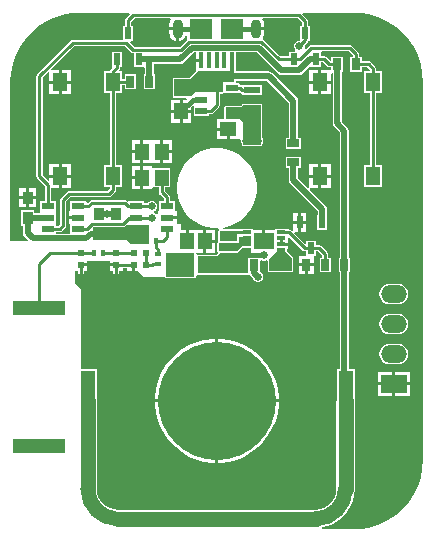
<source format=gbr>
%TF.GenerationSoftware,Altium Limited,Altium Designer,21.6.4 (81)*%
G04 Layer_Physical_Order=1*
G04 Layer_Color=6711008*
%FSLAX45Y45*%
%MOMM*%
%TF.SameCoordinates,1F3DC5CE-A10F-41C4-B24A-259E2D936CC1*%
%TF.FilePolarity,Positive*%
%TF.FileFunction,Copper,L1,Top,Signal*%
%TF.Part,Single*%
G01*
G75*
%TA.AperFunction,Conductor*%
%ADD10C,1.27000*%
%TA.AperFunction,SMDPad,CuDef*%
%ADD11R,0.60000X1.05000*%
%TA.AperFunction,ConnectorPad*%
%ADD12R,0.40000X1.35000*%
%ADD13R,1.90000X1.65100*%
%TA.AperFunction,SMDPad,CuDef*%
%ADD14C,10.00000*%
%ADD15R,1.27000X5.08000*%
%ADD16R,0.70000X1.00000*%
%ADD17R,1.10000X0.60000*%
%ADD18R,1.00000X0.60000*%
%ADD19R,0.75000X0.30000*%
%ADD20R,1.75000X1.45000*%
%ADD21R,1.45000X0.60000*%
%ADD22R,1.00000X0.70000*%
%ADD23R,1.15000X1.45000*%
%ADD24R,1.45000X1.15000*%
%ADD25R,0.90000X1.10000*%
%ADD26R,0.40000X0.50000*%
%ADD27R,1.30000X1.55000*%
%TA.AperFunction,ConnectorPad*%
%ADD28R,4.50000X1.30000*%
%TA.AperFunction,SMDPad,CuDef*%
%ADD29R,0.60000X0.60000*%
%ADD30R,0.50000X0.40000*%
%ADD31R,1.20000X1.40000*%
%ADD32R,0.60000X0.60000*%
%TA.AperFunction,Conductor*%
%ADD33C,0.50800*%
%ADD34C,0.38100*%
%ADD35C,0.25400*%
%TA.AperFunction,ComponentPad*%
%ADD36O,2.20000X1.50000*%
%ADD37R,2.20000X1.50000*%
G04:AMPARAMS|DCode=38|XSize=0.9mm|YSize=1.6mm|CornerRadius=0.45mm|HoleSize=0mm|Usage=FLASHONLY|Rotation=180.000|XOffset=0mm|YOffset=0mm|HoleType=Round|Shape=RoundedRectangle|*
%AMROUNDEDRECTD38*
21,1,0.90000,0.70000,0,0,180.0*
21,1,0.00000,1.60000,0,0,180.0*
1,1,0.90000,0.00000,0.35000*
1,1,0.90000,0.00000,0.35000*
1,1,0.90000,0.00000,-0.35000*
1,1,0.90000,0.00000,-0.35000*
%
%ADD38ROUNDEDRECTD38*%
%TA.AperFunction,ViaPad*%
%ADD39C,0.66000*%
G36*
X-387034Y2126317D02*
X-391494Y2120504D01*
X-398588Y2103378D01*
X-401008Y2085000D01*
Y2062700D01*
X-330000D01*
Y2050000D01*
X-317300D01*
Y1945665D01*
X-311622Y1946412D01*
X-294496Y1953506D01*
X-279790Y1964790D01*
X-268506Y1979496D01*
X-263100Y1992547D01*
X-250400Y1990021D01*
Y1957959D01*
X-250724Y1957742D01*
X-313623Y1894844D01*
X-693536D01*
X-731759Y1933067D01*
X-726899Y1944800D01*
X-707300D01*
Y2075200D01*
X-724102D01*
Y2109596D01*
X-694682Y2139017D01*
X-393297D01*
X-387034Y2126317D01*
D02*
G37*
G36*
X724102Y2101427D02*
Y2075200D01*
X707300D01*
Y1945700D01*
X690910D01*
X674113Y1938743D01*
X661258Y1925887D01*
X654300Y1909090D01*
Y1890910D01*
X661258Y1874113D01*
X667471Y1867899D01*
X662211Y1855199D01*
X612300D01*
Y1815897D01*
X537403D01*
X395558Y1957742D01*
X392419Y1959839D01*
X388512Y1973794D01*
X388795Y1975979D01*
X391494Y1979496D01*
X398588Y1996622D01*
X401008Y2015000D01*
Y2037300D01*
X330000D01*
Y2062700D01*
X401008D01*
Y2085000D01*
X398588Y2103378D01*
X391494Y2120504D01*
X387034Y2126317D01*
X393297Y2139017D01*
X686513D01*
X724102Y2101427D01*
D02*
G37*
G36*
X-722576Y1850634D02*
X-714174Y1845020D01*
X-704264Y1843049D01*
X-697700D01*
Y1724800D01*
X-612301D01*
X-608846Y1713531D01*
Y1662700D01*
X-617700D01*
Y1537300D01*
X-522300D01*
Y1662700D01*
X-531153D01*
Y1751154D01*
X-309999D01*
X-295134Y1754111D01*
X-282531Y1762532D01*
X-195280Y1849783D01*
X-175400D01*
Y1795200D01*
X-130000D01*
Y1769800D01*
X-175400D01*
Y1694041D01*
X-233194Y1636247D01*
X-357500D01*
X-360026Y1635200D01*
X-370200D01*
Y1625027D01*
X-371246Y1622500D01*
Y1477500D01*
X-370200Y1474974D01*
Y1464800D01*
X-360026D01*
X-357500Y1463754D01*
X-260267D01*
X-253616Y1451054D01*
X-255801Y1447900D01*
X-287300D01*
Y1362700D01*
X-217100D01*
Y1387119D01*
X-215556Y1388664D01*
X-205400Y1394600D01*
Y1394600D01*
X-205399Y1394600D01*
X-192700D01*
Y1312300D01*
X-67300D01*
Y1329103D01*
X-45000D01*
X-35089Y1331074D01*
X-26687Y1336688D01*
X18312Y1381688D01*
X23926Y1390089D01*
X25898Y1400000D01*
Y1501254D01*
X50000D01*
X54600Y1503159D01*
X67300Y1502300D01*
X67300Y1502300D01*
X67301Y1502300D01*
X192700D01*
Y1502300D01*
X202646Y1505420D01*
X214800Y1499365D01*
Y1487300D01*
X385200D01*
Y1572700D01*
X214801D01*
X214800Y1572700D01*
Y1572701D01*
X202793Y1572505D01*
X192700Y1578315D01*
Y1587700D01*
X172398D01*
X164835Y1598453D01*
X168068Y1611153D01*
X424826D01*
X611154Y1424825D01*
Y1127701D01*
X587301D01*
Y1032301D01*
X712701D01*
Y1127701D01*
X688847D01*
Y1440916D01*
X685890Y1455781D01*
X677469Y1468384D01*
X468385Y1677469D01*
X455782Y1685889D01*
X440916Y1688847D01*
X163746D01*
Y1849783D01*
X340113D01*
X520158Y1669738D01*
X532761Y1661317D01*
X547627Y1658360D01*
X700187D01*
X715053Y1661317D01*
X727656Y1669738D01*
X790567Y1732649D01*
X802300Y1727789D01*
Y1724800D01*
X887700D01*
Y1764103D01*
X902666D01*
X935081Y1731688D01*
X943483Y1726074D01*
X953394Y1724102D01*
X972300D01*
Y1710242D01*
X965400Y1700400D01*
X959600Y1700400D01*
X887700D01*
Y1610200D01*
X965400D01*
Y1669459D01*
X977476Y1678966D01*
X981153Y1677805D01*
Y1247312D01*
X984111Y1232446D01*
X992531Y1219843D01*
X1041154Y1171220D01*
Y112699D01*
X1032301D01*
Y-12701D01*
X1041154D01*
Y-99999D01*
X1041154Y-100001D01*
Y-833300D01*
X1015300D01*
Y-1095005D01*
X1014642Y-1100000D01*
Y-1846000D01*
X1014781Y-1847051D01*
X1011476Y-1880606D01*
X1001382Y-1913882D01*
X984990Y-1944550D01*
X962929Y-1971430D01*
X936049Y-1993490D01*
X905382Y-2009882D01*
X872106Y-2019976D01*
X838551Y-2023281D01*
X837500Y-2023143D01*
X-837500D01*
X-838551Y-2023281D01*
X-872106Y-2019976D01*
X-905382Y-2009882D01*
X-936049Y-1993490D01*
X-962929Y-1971430D01*
X-984990Y-1944550D01*
X-1001382Y-1913882D01*
X-1011476Y-1880606D01*
X-1014781Y-1847051D01*
X-1014642Y-1846000D01*
Y-1100000D01*
X-1015300Y-1095005D01*
Y-833300D01*
X-1150000D01*
Y-150000D01*
X-1200000Y-100000D01*
Y-5407D01*
X-1175898D01*
Y-50000D01*
X-1173926Y-59910D01*
X-1168312Y-68312D01*
X-1159911Y-73926D01*
X-1150000Y-75897D01*
X-1140089Y-73926D01*
X-1131688Y-68312D01*
X-1126074Y-59910D01*
X-1124102Y-50000D01*
Y-5407D01*
X-1094600D01*
Y37293D01*
X-1150000D01*
Y62693D01*
X-1094600D01*
Y80000D01*
X-905391D01*
Y62691D01*
X-849990D01*
Y37291D01*
X-905391D01*
Y-5409D01*
X-875898D01*
Y-50000D01*
X-873926Y-59910D01*
X-868312Y-68312D01*
X-859911Y-73926D01*
X-850000Y-75897D01*
X-840090Y-73926D01*
X-831688Y-68312D01*
X-826074Y-59910D01*
X-824102Y-50000D01*
Y-5409D01*
X-794591D01*
Y24102D01*
X-755400D01*
Y-5400D01*
X-712700D01*
Y50000D01*
X-687300D01*
Y-5400D01*
X-669539D01*
X-624939Y-50000D01*
X-438724D01*
X-434698Y-59720D01*
X-424977Y-63746D01*
X-192500D01*
X-182780Y-59720D01*
X-178754Y-50000D01*
Y-44357D01*
X-170200Y-35200D01*
X-166053Y-35200D01*
X-160027D01*
X-157500Y-36247D01*
X265033D01*
X270949Y-33796D01*
X279456Y-34488D01*
X285949Y-37618D01*
X292531Y-47468D01*
X304404Y-59341D01*
X311257Y-75887D01*
X324113Y-88743D01*
X340910Y-95700D01*
X359090D01*
X375887Y-88743D01*
X388743Y-75887D01*
X395700Y-59090D01*
Y-40909D01*
X388743Y-24113D01*
X375887Y-11257D01*
X367700Y-7866D01*
Y82877D01*
X380400Y90453D01*
X390910Y86100D01*
X409090D01*
X418553Y90020D01*
X431253Y81830D01*
Y-0D01*
X432300Y-2527D01*
Y-12700D01*
X442473D01*
X445000Y-13747D01*
X635000D01*
X637527Y-12700D01*
X647700D01*
Y-2527D01*
X648746Y-0D01*
Y100433D01*
X648747Y107499D01*
X648747Y107500D01*
X647700Y112700D01*
X646593D01*
X644720Y117220D01*
X596246Y165694D01*
Y184600D01*
X607900D01*
Y212300D01*
X545000D01*
Y237700D01*
X607900D01*
Y277173D01*
X619634Y282034D01*
X729980Y171687D01*
X738382Y166074D01*
X748292Y164102D01*
X757300D01*
Y125400D01*
X699600D01*
Y62700D01*
X759999D01*
X820400D01*
Y124800D01*
X842700D01*
Y164102D01*
X860227D01*
X894101Y130228D01*
Y112700D01*
X872299D01*
Y-12700D01*
X967699D01*
Y112700D01*
X945896D01*
Y140955D01*
X943925Y150866D01*
X938311Y159267D01*
X889266Y208312D01*
X880864Y213926D01*
X870954Y215897D01*
X842700D01*
Y255200D01*
X757300D01*
Y234211D01*
X745566Y229350D01*
X655516Y319401D01*
X660776Y332101D01*
X692299D01*
Y397301D01*
X649599D01*
Y343278D01*
X636899Y338018D01*
X631605Y343312D01*
X623203Y348926D01*
X613292Y350897D01*
X595200D01*
Y352700D01*
X494800D01*
Y347900D01*
X412699D01*
Y250000D01*
X387299D01*
Y347900D01*
X305200D01*
Y352700D01*
X295027D01*
X292500Y353746D01*
X53754D01*
X52754Y366446D01*
X79078Y370616D01*
X129632Y387041D01*
X176993Y411173D01*
X219997Y442417D01*
X257583Y480003D01*
X288827Y523007D01*
X312959Y570368D01*
X329384Y620922D01*
X337700Y673423D01*
Y726578D01*
X329384Y779078D01*
X312959Y829632D01*
X288827Y876993D01*
X257583Y919997D01*
X219997Y957583D01*
X176993Y988827D01*
X129632Y1012959D01*
X79078Y1029385D01*
X26578Y1037700D01*
X-26578D01*
X-79078Y1029385D01*
X-129632Y1012959D01*
X-176993Y988827D01*
X-219997Y957583D01*
X-257583Y919997D01*
X-288827Y876993D01*
X-312959Y829632D01*
X-329384Y779078D01*
X-337700Y726578D01*
Y673423D01*
X-329384Y620922D01*
X-312959Y570368D01*
X-288827Y523007D01*
X-257583Y480003D01*
X-219997Y442417D01*
X-176993Y411173D01*
X-129632Y387041D01*
X-79078Y370616D01*
X-26578Y362300D01*
X14964D01*
X17780Y349720D01*
X13754Y340000D01*
Y250000D01*
X9707Y243380D01*
X5681Y233660D01*
Y168500D01*
X9707Y158779D01*
X10890Y152831D01*
X-5695Y136246D01*
X-157500D01*
X-160027Y135200D01*
X-162101D01*
X-170482Y147783D01*
X-168607Y152100D01*
X-112700D01*
Y250000D01*
Y347900D01*
X-237300D01*
Y250000D01*
X-262700D01*
Y347900D01*
X-300000D01*
Y400000D01*
X-339600D01*
Y437300D01*
X-420000D01*
Y462700D01*
X-339600D01*
Y505400D01*
X-352300D01*
Y587700D01*
X-394102D01*
Y624369D01*
X-396074Y634280D01*
X-401688Y642681D01*
X-434103Y675097D01*
Y707300D01*
X-392300D01*
Y872700D01*
X-536900D01*
X-537700Y872700D01*
X-549600Y874631D01*
Y885400D01*
X-622299D01*
Y790000D01*
Y694600D01*
X-549600D01*
Y705368D01*
X-537700Y707300D01*
X-536900Y707300D01*
X-485898D01*
Y664370D01*
X-483927Y654459D01*
X-478313Y646057D01*
X-445898Y613642D01*
Y587700D01*
X-487700D01*
Y505400D01*
X-500400D01*
Y481623D01*
X-504384Y479518D01*
X-513100Y477730D01*
X-524113Y488743D01*
X-528662Y490627D01*
Y504373D01*
X-524113Y506258D01*
X-511257Y519113D01*
X-504300Y535910D01*
Y554091D01*
X-511257Y570887D01*
X-524113Y583743D01*
X-540910Y590700D01*
X-559090D01*
X-575887Y583743D01*
X-588732Y570898D01*
X-612300D01*
Y587700D01*
X-747700D01*
Y587700D01*
X-754548Y584863D01*
X-761265Y591580D01*
X-769667Y597194D01*
X-779578Y599165D01*
X-1056540D01*
X-1066450Y597194D01*
X-1074852Y591580D01*
X-1089599Y576833D01*
X-1102299Y582094D01*
Y587699D01*
X-1237699D01*
Y505400D01*
X-1250400D01*
Y462700D01*
X-1170000D01*
Y437300D01*
X-1250400D01*
Y394600D01*
X-1237700D01*
Y315344D01*
X-1362300D01*
Y329102D01*
X-1329509D01*
X-1319598Y331074D01*
X-1311197Y336688D01*
X-1281688Y366197D01*
X-1276074Y374598D01*
X-1274102Y384509D01*
Y589273D01*
X-1239273Y624102D01*
X-911773D01*
X-901863Y626074D01*
X-893461Y631688D01*
X-856688Y668461D01*
X-851074Y676863D01*
X-849102Y686773D01*
Y712300D01*
X-797300D01*
Y892700D01*
X-849102D01*
Y1507300D01*
X-797300D01*
Y1574103D01*
X-777700D01*
Y1537300D01*
X-682300D01*
Y1662700D01*
X-777700D01*
Y1625898D01*
X-797300D01*
Y1687700D01*
X-823138D01*
X-827998Y1699433D01*
X-826688Y1700743D01*
X-821074Y1709145D01*
X-819103Y1719055D01*
Y1724799D01*
X-802301D01*
Y1855199D01*
X-887701D01*
Y1724800D01*
X-887701D01*
X-884239Y1716442D01*
X-893312Y1707368D01*
X-898926Y1698967D01*
X-900898Y1689056D01*
Y1687700D01*
X-952700D01*
Y1507300D01*
X-900898D01*
Y892700D01*
X-952700D01*
Y712300D01*
X-900898D01*
Y697500D01*
X-922500Y675898D01*
X-1250000D01*
X-1259911Y673926D01*
X-1268312Y668312D01*
X-1318312Y618312D01*
X-1323926Y609911D01*
X-1325898Y600000D01*
Y395236D01*
X-1340236Y380898D01*
X-1362300D01*
Y397699D01*
X-1362300D01*
X-1362300Y407301D01*
X-1362300D01*
Y492700D01*
X-1362300D01*
X-1362299Y502300D01*
X-1362300D01*
Y587700D01*
X-1404102D01*
Y699600D01*
X-1337700D01*
Y789800D01*
X-1415400D01*
Y768618D01*
X-1427133Y763758D01*
X-1474102Y810727D01*
Y1639273D01*
X-1427133Y1686242D01*
X-1415400Y1681382D01*
Y1610200D01*
X-1337700D01*
Y1700400D01*
X-1396382D01*
X-1401242Y1712133D01*
X-1207173Y1906202D01*
X-778144D01*
X-722576Y1850634D01*
D02*
G37*
G36*
X150000Y1600000D02*
X50000D01*
Y1515000D01*
X-180000D01*
X-217500Y1477500D01*
X-357500D01*
Y1622500D01*
X-227500D01*
X-158352Y1691648D01*
X110000D01*
Y1850000D01*
X150000D01*
Y1600000D01*
D02*
G37*
G36*
X1236591Y2181767D02*
X1311871Y2166792D01*
X1384553Y2142120D01*
X1453393Y2108172D01*
X1517213Y2065529D01*
X1574921Y2014921D01*
X1625529Y1957213D01*
X1668172Y1893393D01*
X1702120Y1824554D01*
X1726792Y1751872D01*
X1741766Y1676591D01*
X1746640Y1602239D01*
X1745713Y1600000D01*
Y-1600000D01*
X1746640Y-1602238D01*
X1741766Y-1676591D01*
X1726792Y-1751871D01*
X1702120Y-1824553D01*
X1668172Y-1893393D01*
X1625529Y-1957213D01*
X1574921Y-2014921D01*
X1517213Y-2065529D01*
X1453393Y-2108172D01*
X1384553Y-2142120D01*
X1311871Y-2166792D01*
X1236591Y-2181766D01*
X1162238Y-2186640D01*
X1160000Y-2185712D01*
X890491D01*
X889315Y-2173143D01*
X939853Y-2161010D01*
X987871Y-2141120D01*
X1032187Y-2113964D01*
X1071709Y-2080209D01*
X1105463Y-2040687D01*
X1132620Y-1996371D01*
X1152510Y-1948353D01*
X1164643Y-1897815D01*
X1168721Y-1846000D01*
X1168358D01*
Y-1100000D01*
X1167700Y-1095005D01*
Y-833300D01*
X1118847D01*
Y-100002D01*
X1118847Y-100001D01*
Y-12701D01*
X1127701D01*
Y112699D01*
X1118847D01*
Y1187311D01*
X1115890Y1202177D01*
X1107469Y1214780D01*
X1058846Y1263403D01*
Y1687300D01*
X1067700D01*
Y1812700D01*
X972300D01*
Y1785679D01*
X959600Y1780419D01*
X931706Y1808313D01*
X923304Y1813927D01*
X913393Y1815898D01*
X887700D01*
Y1855200D01*
X897907Y1861220D01*
X1117860D01*
X1153680Y1825400D01*
X1153082Y1812700D01*
X1132300D01*
Y1687300D01*
X1227700D01*
Y1724102D01*
X1275424D01*
X1299103Y1700424D01*
Y1687700D01*
X1247300D01*
Y1507300D01*
X1299103D01*
Y892700D01*
X1247300D01*
Y712300D01*
X1402700D01*
Y892700D01*
X1350898D01*
Y1507300D01*
X1402700D01*
Y1687700D01*
X1350898D01*
Y1711152D01*
X1348926Y1721062D01*
X1343313Y1729464D01*
X1304464Y1768312D01*
X1296062Y1773926D01*
X1286152Y1775898D01*
X1227700D01*
Y1812700D01*
X1205898D01*
Y1835704D01*
X1203926Y1845615D01*
X1198313Y1854017D01*
X1146900Y1905430D01*
X1138498Y1911044D01*
X1128587Y1913015D01*
X799704D01*
X789793Y1911044D01*
X781392Y1905430D01*
X754196Y1878234D01*
X743430Y1885429D01*
X745700Y1890910D01*
Y1909075D01*
X768312Y1931688D01*
X773926Y1940089D01*
X774863Y1944800D01*
X792700D01*
Y2075200D01*
X775898D01*
Y2112154D01*
X773926Y2122065D01*
X768312Y2130466D01*
X725766Y2173013D01*
X731027Y2185713D01*
X1160000D01*
X1162238Y2186640D01*
X1236591Y2181767D01*
D02*
G37*
G36*
X-1160000Y2185713D02*
X-739196D01*
X-733935Y2173013D01*
X-768312Y2138636D01*
X-773926Y2130234D01*
X-775898Y2120323D01*
Y2075200D01*
X-792700D01*
Y1957998D01*
X-1217900D01*
X-1227811Y1956026D01*
X-1236212Y1950412D01*
X-1518312Y1668312D01*
X-1523926Y1659911D01*
X-1525898Y1650000D01*
Y800000D01*
X-1523926Y790090D01*
X-1518312Y781688D01*
X-1455897Y719273D01*
Y587700D01*
X-1497700D01*
Y502300D01*
X-1497700D01*
X-1497700Y492700D01*
X-1508804Y488847D01*
X-1542301D01*
Y517700D01*
X-1657701D01*
Y382300D01*
X-1638848D01*
Y321348D01*
X-1635891Y306482D01*
X-1627470Y293880D01*
X-1595323Y261733D01*
X-1600184Y250000D01*
X-1745713D01*
Y1600000D01*
X-1746640Y1602239D01*
X-1741766Y1676591D01*
X-1726792Y1751872D01*
X-1702120Y1824554D01*
X-1668172Y1893393D01*
X-1625529Y1957213D01*
X-1574921Y2014921D01*
X-1517213Y2065529D01*
X-1453393Y2108172D01*
X-1384553Y2142120D01*
X-1311871Y2166792D01*
X-1236591Y2181767D01*
X-1162238Y2186640D01*
X-1160000Y2185713D01*
D02*
G37*
G36*
X292500Y310000D02*
X172500D01*
Y250000D01*
X27500D01*
Y340000D01*
X292500D01*
Y310000D01*
D02*
G37*
G36*
X-570000Y225000D02*
X-725000D01*
X-760001Y260001D01*
X-1045001D01*
Y370001D01*
X-782170D01*
X-767170Y385001D01*
X-570000D01*
Y225000D01*
D02*
G37*
G36*
X292500Y210000D02*
X217500D01*
X175999Y168499D01*
X19427Y168500D01*
Y233660D01*
X190753D01*
X190753Y290000D01*
X292500D01*
X292500Y210000D01*
D02*
G37*
G36*
X582500Y160000D02*
X635000Y107500D01*
Y-0D01*
X445000D01*
Y100000D01*
X507500Y162500D01*
Y190000D01*
X582500D01*
Y160000D01*
D02*
G37*
G36*
X292500Y118954D02*
X265033D01*
Y-22500D01*
X-157500D01*
Y122500D01*
X-1D01*
X27499Y150000D01*
X177500D01*
X217500Y190000D01*
X292500D01*
Y118954D01*
D02*
G37*
G36*
X-192500Y-50000D02*
X-424977D01*
Y150000D01*
X-192500D01*
Y-50000D01*
D02*
G37*
%LPC*%
G36*
X-342700Y2037300D02*
X-401008D01*
Y2015000D01*
X-398588Y1996622D01*
X-391494Y1979496D01*
X-380210Y1964790D01*
X-365504Y1953506D01*
X-348378Y1946412D01*
X-342700Y1945665D01*
Y2037300D01*
D02*
G37*
G36*
X-1234600Y1700400D02*
X-1312300D01*
Y1610200D01*
X-1234600D01*
Y1700400D01*
D02*
G37*
G36*
X862300D02*
X784600D01*
Y1610200D01*
X862300D01*
Y1700400D01*
D02*
G37*
G36*
X965400Y1584800D02*
X887700D01*
Y1494600D01*
X965400D01*
Y1584800D01*
D02*
G37*
G36*
X862300D02*
X784600D01*
Y1494600D01*
X862300D01*
Y1584800D01*
D02*
G37*
G36*
X-1234600Y1584800D02*
X-1312300D01*
Y1494600D01*
X-1234600D01*
Y1584800D01*
D02*
G37*
G36*
X-1337700D02*
X-1415400D01*
Y1494600D01*
X-1337700D01*
Y1584800D01*
D02*
G37*
G36*
X-312700Y1447900D02*
X-382900D01*
Y1362700D01*
X-312700D01*
Y1447900D01*
D02*
G37*
G36*
X-217100Y1337300D02*
X-287300D01*
Y1252100D01*
X-217100D01*
Y1337300D01*
D02*
G37*
G36*
X-312700D02*
X-382900D01*
Y1252100D01*
X-312700D01*
Y1337300D01*
D02*
G37*
G36*
X87300Y1187300D02*
X2100D01*
Y1117100D01*
X87300D01*
Y1187300D01*
D02*
G37*
G36*
X227500Y1413747D02*
X224973Y1412700D01*
X214800D01*
Y1406741D01*
X206806Y1398747D01*
X80000D01*
X77473Y1397700D01*
X67300D01*
Y1387527D01*
X66253Y1385000D01*
Y1282900D01*
X2100D01*
Y1212700D01*
X100000D01*
Y1200000D01*
X112700D01*
Y1117100D01*
X190720D01*
X193871Y1117100D01*
X198125Y1113833D01*
Y1113833D01*
X198125Y1113833D01*
Y1113832D01*
X204300Y1103540D01*
Y1090910D01*
X211257Y1074113D01*
X213754Y1071617D01*
Y1067137D01*
X217780Y1057416D01*
X227500Y1053390D01*
X372500D01*
X382220Y1057416D01*
X386247Y1067137D01*
Y1071617D01*
X388743Y1074113D01*
X395700Y1090910D01*
Y1109090D01*
X388743Y1125887D01*
X386247Y1128383D01*
Y1400000D01*
X385200Y1402527D01*
Y1412700D01*
X375027D01*
X372500Y1413746D01*
X227501D01*
X227500Y1413747D01*
D02*
G37*
G36*
X-379600Y1105400D02*
X-452300D01*
Y1022700D01*
X-379600D01*
Y1105400D01*
D02*
G37*
G36*
X-647700Y1105400D02*
X-720400D01*
Y1022700D01*
X-647700D01*
Y1105400D01*
D02*
G37*
G36*
Y997300D02*
X-720400D01*
Y914600D01*
X-647700D01*
Y997300D01*
D02*
G37*
G36*
X-379600D02*
X-452300D01*
Y914600D01*
X-379600D01*
Y997300D01*
D02*
G37*
G36*
X-549600Y1105400D02*
X-622300D01*
Y1010000D01*
Y914600D01*
X-550400D01*
Y914600D01*
X-477700D01*
Y1010000D01*
Y1105400D01*
X-549600D01*
Y1105400D01*
D02*
G37*
G36*
X-1234600Y905400D02*
X-1312300D01*
Y815200D01*
X-1234600D01*
Y905400D01*
D02*
G37*
G36*
X-1337700D02*
X-1415400D01*
Y815200D01*
X-1337700D01*
Y905400D01*
D02*
G37*
G36*
X965400D02*
X887700D01*
Y815200D01*
X965400D01*
Y905400D01*
D02*
G37*
G36*
X862300D02*
X784600D01*
Y815200D01*
X862300D01*
Y905400D01*
D02*
G37*
G36*
X-647699Y885400D02*
X-720400D01*
Y802700D01*
X-647699D01*
Y885400D01*
D02*
G37*
G36*
X965400Y789800D02*
X887700D01*
Y699600D01*
X965400D01*
Y789800D01*
D02*
G37*
G36*
X-1234600Y789800D02*
X-1312300D01*
Y699600D01*
X-1234600D01*
Y789800D01*
D02*
G37*
G36*
X-647699Y777300D02*
X-720400D01*
Y694600D01*
X-647699D01*
Y777300D01*
D02*
G37*
G36*
X760399Y487901D02*
X717699D01*
Y422701D01*
X760399D01*
Y487901D01*
D02*
G37*
G36*
X692299D02*
X649599D01*
Y422701D01*
X692299D01*
Y487901D01*
D02*
G37*
G36*
X712701Y967699D02*
X587301D01*
Y872299D01*
X611154D01*
Y770031D01*
X614111Y755165D01*
X622532Y742562D01*
X856154Y508941D01*
Y475200D01*
X852300D01*
Y344800D01*
X937700D01*
Y475200D01*
X933847D01*
Y525031D01*
X930890Y539897D01*
X922469Y552500D01*
X788069Y686900D01*
X793330Y699600D01*
X862300D01*
Y789800D01*
X784600D01*
Y708329D01*
X771900Y703069D01*
X688847Y786122D01*
Y872299D01*
X712701D01*
Y967699D01*
D02*
G37*
G36*
X760399Y397301D02*
X717699D01*
Y332101D01*
X760399D01*
Y397301D01*
D02*
G37*
G36*
X-17100Y347900D02*
X-87300D01*
Y262700D01*
X-17100D01*
Y347900D01*
D02*
G37*
G36*
Y237300D02*
X-87300D01*
Y152100D01*
X-17100D01*
Y237300D01*
D02*
G37*
G36*
X820400Y37300D02*
X772699D01*
Y-25400D01*
X820400D01*
Y37300D01*
D02*
G37*
G36*
X747299D02*
X699600D01*
Y-25400D01*
X747299D01*
Y37300D01*
D02*
G37*
G36*
X34437Y-574600D02*
X12701D01*
Y-1087301D01*
X525400D01*
Y-1065564D01*
X516410Y-997280D01*
X498584Y-930754D01*
X472228Y-867123D01*
X437791Y-807477D01*
X395864Y-752836D01*
X347164Y-704136D01*
X292523Y-662209D01*
X232877Y-627772D01*
X169247Y-601416D01*
X102720Y-583590D01*
X34437Y-574600D01*
D02*
G37*
G36*
X-12699D02*
X-34437D01*
X-102720Y-583590D01*
X-169247Y-601416D01*
X-232877Y-627772D01*
X-292523Y-662209D01*
X-347164Y-704136D01*
X-395864Y-752836D01*
X-437791Y-807477D01*
X-472228Y-867123D01*
X-498584Y-930754D01*
X-516410Y-997280D01*
X-525400Y-1065564D01*
Y-1087301D01*
X-12699D01*
Y-574600D01*
D02*
G37*
G36*
X525400Y-1112701D02*
X12701D01*
Y-1625400D01*
X34437D01*
X102720Y-1616410D01*
X169247Y-1598585D01*
X232877Y-1572228D01*
X292523Y-1537791D01*
X347164Y-1495864D01*
X395864Y-1447164D01*
X437791Y-1392523D01*
X472228Y-1332877D01*
X498584Y-1269247D01*
X516410Y-1202720D01*
X525400Y-1134437D01*
Y-1112701D01*
D02*
G37*
G36*
X-12699D02*
X-525400D01*
Y-1134437D01*
X-516410Y-1202720D01*
X-498584Y-1269247D01*
X-472228Y-1332877D01*
X-437791Y-1392523D01*
X-395864Y-1447164D01*
X-347164Y-1495864D01*
X-292523Y-1537791D01*
X-232877Y-1572228D01*
X-169247Y-1598585D01*
X-102720Y-1616410D01*
X-34437Y-1625400D01*
X-12699D01*
Y-1112701D01*
D02*
G37*
%LPD*%
G36*
X372500Y1067137D02*
X227500D01*
Y1249908D01*
X194978Y1282430D01*
X194526Y1281979D01*
X80000D01*
Y1385000D01*
X212500D01*
X227500Y1400000D01*
X372500D01*
Y1067137D01*
D02*
G37*
%LPC*%
G36*
X1535000Y-107544D02*
X1465000D01*
X1442106Y-110558D01*
X1420772Y-119394D01*
X1402452Y-133452D01*
X1388394Y-151772D01*
X1379557Y-173106D01*
X1376543Y-196000D01*
X1379557Y-218894D01*
X1388394Y-240228D01*
X1402452Y-258548D01*
X1420772Y-272606D01*
X1442106Y-281443D01*
X1465000Y-284457D01*
X1535000D01*
X1557895Y-281443D01*
X1579228Y-272606D01*
X1597548Y-258548D01*
X1611606Y-240228D01*
X1620443Y-218894D01*
X1623457Y-196000D01*
X1620443Y-173106D01*
X1611606Y-151772D01*
X1597548Y-133452D01*
X1579228Y-119394D01*
X1557895Y-110558D01*
X1535000Y-107544D01*
D02*
G37*
G36*
Y-361544D02*
X1465000D01*
X1442106Y-364558D01*
X1420772Y-373394D01*
X1402452Y-387452D01*
X1388394Y-405772D01*
X1379557Y-427106D01*
X1376543Y-450000D01*
X1379557Y-472894D01*
X1388394Y-494228D01*
X1402452Y-512548D01*
X1420772Y-526606D01*
X1442106Y-535443D01*
X1465000Y-538457D01*
X1535000D01*
X1557895Y-535443D01*
X1579228Y-526606D01*
X1597548Y-512548D01*
X1611606Y-494228D01*
X1620443Y-472894D01*
X1623457Y-450000D01*
X1620443Y-427106D01*
X1611606Y-405772D01*
X1597548Y-387452D01*
X1579228Y-373394D01*
X1557895Y-364558D01*
X1535000Y-361544D01*
D02*
G37*
G36*
Y-615544D02*
X1465000D01*
X1442106Y-618558D01*
X1420772Y-627394D01*
X1402452Y-641452D01*
X1388394Y-659772D01*
X1379557Y-681106D01*
X1376543Y-704000D01*
X1379557Y-726894D01*
X1388394Y-748228D01*
X1402452Y-766548D01*
X1420772Y-780606D01*
X1442106Y-789443D01*
X1465000Y-792457D01*
X1535000D01*
X1557895Y-789443D01*
X1579228Y-780606D01*
X1597548Y-766548D01*
X1611606Y-748228D01*
X1620443Y-726894D01*
X1623457Y-704000D01*
X1620443Y-681106D01*
X1611606Y-659772D01*
X1597548Y-641452D01*
X1579228Y-627394D01*
X1557895Y-618558D01*
X1535000Y-615544D01*
D02*
G37*
G36*
X1635400Y-857600D02*
X1512700D01*
Y-945300D01*
X1635400D01*
Y-857600D01*
D02*
G37*
G36*
X1487300D02*
X1364600D01*
Y-945300D01*
X1487300D01*
Y-857600D01*
D02*
G37*
G36*
X1635400Y-970700D02*
X1512700D01*
Y-1058400D01*
X1635400D01*
Y-970700D01*
D02*
G37*
G36*
X1487300D02*
X1364600D01*
Y-1058400D01*
X1487300D01*
Y-970700D01*
D02*
G37*
G36*
X-1529599Y700399D02*
X-1587299D01*
Y632699D01*
X-1529599D01*
Y700399D01*
D02*
G37*
G36*
X-1612699D02*
X-1670399D01*
Y632699D01*
X-1612699D01*
Y700399D01*
D02*
G37*
G36*
X-1529599Y607299D02*
X-1587299D01*
Y539599D01*
X-1529599D01*
Y607299D01*
D02*
G37*
G36*
X-1612699D02*
X-1670399D01*
Y539599D01*
X-1612699D01*
Y607299D01*
D02*
G37*
%LPD*%
D10*
X837500Y-2100000D02*
G03*
X1091500Y-1846000I0J254000D01*
G01*
X-1091500D02*
G03*
X-837500Y-2100000I254000J0D01*
G01*
X837500D01*
X-1091500Y-1846000D02*
Y-1100000D01*
X1091500Y-1846000D02*
Y-1100000D01*
D11*
X895000Y410000D02*
D03*
X704999Y410001D02*
D03*
X800000Y190000D02*
D03*
X-750000Y2010000D02*
D03*
X-655000Y1790000D02*
D03*
X-845001Y1789999D02*
D03*
X750000Y2010000D02*
D03*
X845000Y1790000D02*
D03*
X654999Y1789999D02*
D03*
D12*
X-130000Y1782500D02*
D03*
X-65000D02*
D03*
X0D02*
D03*
X65000D02*
D03*
X130000D02*
D03*
D13*
X-130000Y2050000D02*
D03*
X127000D02*
D03*
D14*
X0Y-1100000D02*
D03*
D15*
X1091500Y-1100000D02*
D03*
X-1091500Y-1100000D02*
D03*
D16*
X600000Y50000D02*
D03*
X760000D02*
D03*
X1080001Y49999D02*
D03*
X919999Y50000D02*
D03*
X480000D02*
D03*
X320000D02*
D03*
X1180000Y1750000D02*
D03*
X1020000D02*
D03*
X-730000Y1600000D02*
D03*
X-570000D02*
D03*
D17*
X-420000Y545000D02*
D03*
X-420000Y450000D02*
D03*
Y355001D02*
D03*
X-680001D02*
D03*
X-680000Y450000D02*
D03*
Y545000D02*
D03*
X-1430000Y355000D02*
D03*
X-1430000Y450000D02*
D03*
X-1430000Y545000D02*
D03*
X-1169999Y544999D02*
D03*
X-1170000Y450000D02*
D03*
X-1170000Y355001D02*
D03*
D18*
X-130000Y1545000D02*
D03*
Y1450000D02*
D03*
Y1355000D02*
D03*
X130000D02*
D03*
Y1545000D02*
D03*
D19*
X545000Y175000D02*
D03*
Y225000D02*
D03*
X545000Y275000D02*
D03*
X545000Y325000D02*
D03*
X255000D02*
D03*
Y275000D02*
D03*
X255000Y225000D02*
D03*
Y175000D02*
D03*
D20*
X400000Y250000D02*
D03*
D21*
X100000Y280000D02*
D03*
X99999Y120000D02*
D03*
X300000Y1370000D02*
D03*
Y1530000D02*
D03*
D22*
X650001Y919999D02*
D03*
Y1080001D02*
D03*
D23*
X-250000Y250000D02*
D03*
Y50000D02*
D03*
X-100000Y250000D02*
D03*
Y50000D02*
D03*
X-300000Y1350000D02*
D03*
X-300000Y1550000D02*
D03*
D24*
X100000Y1200000D02*
D03*
X300000D02*
D03*
D25*
X-850001Y315001D02*
D03*
X-850000Y485000D02*
D03*
X-1000001Y315001D02*
D03*
X-1000000Y485000D02*
D03*
X-1600001Y450000D02*
D03*
X-1599999Y619999D02*
D03*
D26*
X-510000Y250000D02*
D03*
X-590000Y250000D02*
D03*
X-1040000Y150000D02*
D03*
X-960000Y150000D02*
D03*
D27*
X-1325000Y802500D02*
D03*
X-875000D02*
D03*
Y1597500D02*
D03*
X-1325000D02*
D03*
X875000Y802500D02*
D03*
X1325000D02*
D03*
Y1597500D02*
D03*
X875000D02*
D03*
D28*
X-1500001Y-315000D02*
D03*
X-1500000Y-1485000D02*
D03*
D29*
X-599993Y150000D02*
D03*
X-700000D02*
D03*
X-599993Y50000D02*
D03*
X-700000D02*
D03*
D30*
X-500000Y60000D02*
D03*
X-500000Y140000D02*
D03*
D31*
X-635000Y790000D02*
D03*
Y1010000D02*
D03*
X-465000Y1010000D02*
D03*
Y790000D02*
D03*
D32*
X-1150000Y150000D02*
D03*
Y49993D02*
D03*
X-849991Y149997D02*
D03*
Y49991D02*
D03*
D33*
X-1555151Y276498D02*
X-1102363D01*
X-1600001Y321348D02*
Y450000D01*
Y321348D02*
X-1555151Y276498D01*
X-925000Y485000D02*
X-850000D01*
X-1000000D02*
X-925000D01*
X-570000Y1790000D02*
X-550000D01*
X-655000D02*
X-570000D01*
Y1600000D02*
Y1790000D01*
X-550000D02*
X-309999D01*
X1080001Y49999D02*
Y1187311D01*
X-1600001Y450000D02*
X-1430000D01*
X-1102363Y276498D02*
X-1063860Y315001D01*
X-1000001D01*
X650001Y770031D02*
X895000Y525031D01*
Y410000D02*
Y525031D01*
X650001Y770031D02*
Y919999D01*
X1080001Y-100001D02*
X1080001D01*
X1020000Y1247312D02*
X1080001Y1187311D01*
Y-100001D02*
Y49999D01*
X650001Y1080001D02*
Y1440916D01*
X440916Y1650000D02*
X650001Y1440916D01*
X1020000Y1247312D02*
Y1750000D01*
X100000Y1650000D02*
X440916D01*
X320000Y-20000D02*
Y50000D01*
Y-20000D02*
X350000Y-50000D01*
X356204Y1888630D02*
X547627Y1697207D01*
X700187D02*
X792981Y1790000D01*
X547627Y1697207D02*
X700187D01*
X-309999Y1790000D02*
X-211370Y1888630D01*
X356204D01*
X792981Y1790000D02*
X845000D01*
X1080001Y-1088500D02*
X1091500Y-1100000D01*
X1080001Y-1088500D02*
Y-100001D01*
D34*
X-330000Y2050000D02*
X-130000D01*
X127000D02*
X330000D01*
X-300000Y1350000D02*
X-200000Y1450000D01*
X-130000D01*
X207261Y131800D02*
X400000D01*
D35*
X545000Y225000D02*
Y275000D01*
X545000Y225000D02*
X545000Y225000D01*
X-849991Y49991D02*
X-849981Y50000D01*
X-850000Y49981D02*
X-849991Y49991D01*
X-849981Y50000D02*
X-700000D01*
X-1150000Y-50000D02*
Y49993D01*
X-850000Y-50000D02*
Y49981D01*
X-1500000Y-300000D02*
Y57446D01*
X-1407446Y150000D02*
X-1150000D01*
X-1500000Y57446D02*
X-1407446Y150000D01*
X-875000Y1597500D02*
X-872500Y1600000D01*
X-730000D01*
X870954Y190000D02*
X919999Y140955D01*
Y50000D02*
Y140955D01*
X800000Y190000D02*
X870954D01*
X748292D02*
X797598D01*
X613292Y325000D02*
X748292Y190000D01*
X545000Y325000D02*
X613292D01*
X-680000Y450000D02*
X-550000D01*
X-680000Y545000D02*
X-550000D01*
X750000Y1950000D02*
Y2010000D01*
X700000Y1900000D02*
X750000Y1950000D01*
X-232412Y1939430D02*
X-231282D01*
X377246D01*
X-704264Y1868946D02*
X-302896D01*
X-232412Y1939430D01*
X-1217900Y1932100D02*
X-767417D01*
X-704264Y1868946D01*
X-1500000Y1650000D02*
X-1217900Y1932100D01*
X-1430000Y545000D02*
Y730000D01*
X-1500000Y800000D02*
X-1430000Y730000D01*
X-1500000Y800000D02*
Y1650000D01*
X377246Y1939430D02*
X526676Y1789999D01*
X654999D01*
X-875000Y686773D02*
Y802500D01*
X-911773Y650000D02*
X-875000Y686773D01*
X-1250000Y650000D02*
X-911773D01*
X-1300000Y600000D02*
X-1250000Y650000D01*
X-1300000Y384509D02*
Y600000D01*
X-1329509Y355000D02*
X-1300000Y384509D01*
X-1430000Y355000D02*
X-1329509D01*
X1325000Y802500D02*
Y1597500D01*
X-875000Y802500D02*
Y1597500D01*
X702586Y1789999D02*
X799704Y1887117D01*
X654999Y1789999D02*
X702586D01*
X799704Y1887117D02*
X1128587D01*
X750000Y2010000D02*
Y2112154D01*
X697240Y2164914D02*
X750000Y2112154D01*
X-705409Y2164914D02*
X697240D01*
X-750000Y2120323D02*
X-705409Y2164914D01*
X-750000Y2010000D02*
Y2120323D01*
X1180000Y1750000D02*
Y1835704D01*
X1128587Y1887117D02*
X1180000Y1835704D01*
X953394Y1750000D02*
X1020000D01*
X913393Y1790000D02*
X953394Y1750000D01*
X845000Y1790000D02*
X913393D01*
X-875000Y1597500D02*
Y1689056D01*
X-845001Y1719055D02*
Y1789999D01*
X-875000Y1689056D02*
X-845001Y1719055D01*
X1180000Y1750000D02*
X1286152D01*
X1325000Y1711152D01*
Y1597500D02*
Y1711152D01*
X130000Y1545000D02*
X199639D01*
X214639Y1530000D01*
X300000D01*
X0Y1400000D02*
Y1545000D01*
X-130000Y1545000D02*
X-0D01*
X0Y1545000D01*
X-300000Y1550000D02*
X-295000Y1545000D01*
X-45000Y1355000D02*
X0Y1400000D01*
X-130000Y1355000D02*
X-45000D01*
X-1169999Y544999D02*
X-1084808D01*
X-1056540Y573268D01*
X-779578D01*
X-751310Y545000D01*
X-680000D01*
X-742645Y450000D02*
X-680000D01*
X-1055101Y400000D02*
X-792645D01*
X-742645Y450000D01*
X-1100100Y355001D02*
X-1055101Y400000D01*
X-1170000Y355001D02*
X-1100100D01*
X-460000Y664370D02*
Y790000D01*
X-420000Y545000D02*
Y624369D01*
X-460000Y664370D02*
X-420000Y624369D01*
X-465000Y790000D02*
X-460000D01*
X-1150000Y150000D02*
X-1040000D01*
X-1040000Y150000D01*
X-960000Y150000D02*
X-959998Y149997D01*
X-849991D01*
X-849988Y150000D01*
X-700000D01*
X-599993Y50000D02*
Y150000D01*
Y50000D02*
X-549374D01*
X-539374Y60000D01*
X-500000D01*
X-500000Y140000D02*
Y187026D01*
X-510000Y197026D02*
X-500000Y187026D01*
X-510000Y197026D02*
Y250000D01*
X-456540D01*
X-420000Y286539D01*
Y355001D01*
D36*
X1500000Y-450000D02*
D03*
Y-704000D02*
D03*
Y-196000D02*
D03*
D37*
Y-958000D02*
D03*
D38*
X-330000Y2050000D02*
D03*
X330000D02*
D03*
D39*
X563816Y-894788D02*
D03*
X-205212Y-536184D02*
D03*
X205212Y-1663816D02*
D03*
X-563816Y-1305213D02*
D03*
Y-894788D02*
D03*
X-205212Y-1663816D02*
D03*
X205212Y-536184D02*
D03*
X563816Y-1305212D02*
D03*
X0Y-1700000D02*
D03*
X600000Y-1100000D02*
D03*
X-600000Y-1100000D02*
D03*
X0Y-500000D02*
D03*
X600000Y410001D02*
D03*
X-302500Y450000D02*
D03*
X-317500Y1010000D02*
D03*
X-1325000Y1450000D02*
D03*
X-782500Y1010000D02*
D03*
X-447500Y1350000D02*
D03*
X-47500Y1200000D02*
D03*
X875000Y1450000D02*
D03*
Y950000D02*
D03*
X760000Y-50000D02*
D03*
X-1325000Y950000D02*
D03*
X-1600000Y750000D02*
D03*
X-925000Y485000D02*
D03*
X-850000Y-50000D02*
D03*
X-1150000D02*
D03*
X350000Y1100000D02*
D03*
X250000D02*
D03*
X400000Y131800D02*
D03*
X-375000Y0D02*
D03*
Y100000D02*
D03*
X-742305Y300742D02*
D03*
X-658894Y272045D02*
D03*
X350000Y-50000D02*
D03*
X-550000Y450000D02*
D03*
Y545000D02*
D03*
X700000Y1900000D02*
D03*
X152260Y201221D02*
D03*
X52260D02*
D03*
%TF.MD5,979b09a5850fcc7dd797d1c3e1bb7468*%
M02*

</source>
